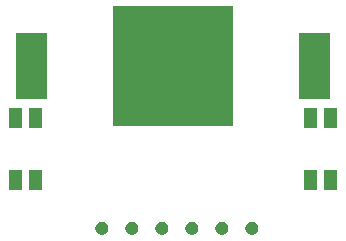
<source format=gbs>
G04 #@! TF.GenerationSoftware,KiCad,Pcbnew,5.0.1*
G04 #@! TF.CreationDate,2019-02-14T21:06:13+01:00*
G04 #@! TF.ProjectId,AnalogWatch,416E616C6F6757617463682E6B696361,rev?*
G04 #@! TF.SameCoordinates,Original*
G04 #@! TF.FileFunction,Soldermask,Bot*
G04 #@! TF.FilePolarity,Negative*
%FSLAX46Y46*%
G04 Gerber Fmt 4.6, Leading zero omitted, Abs format (unit mm)*
G04 Created by KiCad (PCBNEW 5.0.1) date Do 14 Feb 2019 21:06:13 CET*
%MOMM*%
%LPD*%
G01*
G04 APERTURE LIST*
%ADD10C,0.100000*%
G04 APERTURE END LIST*
D10*
G36*
X106840721Y-108690174D02*
X106940995Y-108731709D01*
X107031245Y-108792012D01*
X107107988Y-108868755D01*
X107168291Y-108959005D01*
X107209826Y-109059279D01*
X107231000Y-109165730D01*
X107231000Y-109274270D01*
X107209826Y-109380721D01*
X107168291Y-109480995D01*
X107107988Y-109571245D01*
X107031245Y-109647988D01*
X106940995Y-109708291D01*
X106840721Y-109749826D01*
X106734270Y-109771000D01*
X106625730Y-109771000D01*
X106519279Y-109749826D01*
X106419005Y-109708291D01*
X106328755Y-109647988D01*
X106252012Y-109571245D01*
X106191709Y-109480995D01*
X106150174Y-109380721D01*
X106129000Y-109274270D01*
X106129000Y-109165730D01*
X106150174Y-109059279D01*
X106191709Y-108959005D01*
X106252012Y-108868755D01*
X106328755Y-108792012D01*
X106419005Y-108731709D01*
X106519279Y-108690174D01*
X106625730Y-108669000D01*
X106734270Y-108669000D01*
X106840721Y-108690174D01*
X106840721Y-108690174D01*
G37*
G36*
X94140721Y-108690174D02*
X94240995Y-108731709D01*
X94331245Y-108792012D01*
X94407988Y-108868755D01*
X94468291Y-108959005D01*
X94509826Y-109059279D01*
X94531000Y-109165730D01*
X94531000Y-109274270D01*
X94509826Y-109380721D01*
X94468291Y-109480995D01*
X94407988Y-109571245D01*
X94331245Y-109647988D01*
X94240995Y-109708291D01*
X94140721Y-109749826D01*
X94034270Y-109771000D01*
X93925730Y-109771000D01*
X93819279Y-109749826D01*
X93719005Y-109708291D01*
X93628755Y-109647988D01*
X93552012Y-109571245D01*
X93491709Y-109480995D01*
X93450174Y-109380721D01*
X93429000Y-109274270D01*
X93429000Y-109165730D01*
X93450174Y-109059279D01*
X93491709Y-108959005D01*
X93552012Y-108868755D01*
X93628755Y-108792012D01*
X93719005Y-108731709D01*
X93819279Y-108690174D01*
X93925730Y-108669000D01*
X94034270Y-108669000D01*
X94140721Y-108690174D01*
X94140721Y-108690174D01*
G37*
G36*
X99220721Y-108690174D02*
X99320995Y-108731709D01*
X99411245Y-108792012D01*
X99487988Y-108868755D01*
X99548291Y-108959005D01*
X99589826Y-109059279D01*
X99611000Y-109165730D01*
X99611000Y-109274270D01*
X99589826Y-109380721D01*
X99548291Y-109480995D01*
X99487988Y-109571245D01*
X99411245Y-109647988D01*
X99320995Y-109708291D01*
X99220721Y-109749826D01*
X99114270Y-109771000D01*
X99005730Y-109771000D01*
X98899279Y-109749826D01*
X98799005Y-109708291D01*
X98708755Y-109647988D01*
X98632012Y-109571245D01*
X98571709Y-109480995D01*
X98530174Y-109380721D01*
X98509000Y-109274270D01*
X98509000Y-109165730D01*
X98530174Y-109059279D01*
X98571709Y-108959005D01*
X98632012Y-108868755D01*
X98708755Y-108792012D01*
X98799005Y-108731709D01*
X98899279Y-108690174D01*
X99005730Y-108669000D01*
X99114270Y-108669000D01*
X99220721Y-108690174D01*
X99220721Y-108690174D01*
G37*
G36*
X101760721Y-108690174D02*
X101860995Y-108731709D01*
X101951245Y-108792012D01*
X102027988Y-108868755D01*
X102088291Y-108959005D01*
X102129826Y-109059279D01*
X102151000Y-109165730D01*
X102151000Y-109274270D01*
X102129826Y-109380721D01*
X102088291Y-109480995D01*
X102027988Y-109571245D01*
X101951245Y-109647988D01*
X101860995Y-109708291D01*
X101760721Y-109749826D01*
X101654270Y-109771000D01*
X101545730Y-109771000D01*
X101439279Y-109749826D01*
X101339005Y-109708291D01*
X101248755Y-109647988D01*
X101172012Y-109571245D01*
X101111709Y-109480995D01*
X101070174Y-109380721D01*
X101049000Y-109274270D01*
X101049000Y-109165730D01*
X101070174Y-109059279D01*
X101111709Y-108959005D01*
X101172012Y-108868755D01*
X101248755Y-108792012D01*
X101339005Y-108731709D01*
X101439279Y-108690174D01*
X101545730Y-108669000D01*
X101654270Y-108669000D01*
X101760721Y-108690174D01*
X101760721Y-108690174D01*
G37*
G36*
X96680721Y-108690174D02*
X96780995Y-108731709D01*
X96871245Y-108792012D01*
X96947988Y-108868755D01*
X97008291Y-108959005D01*
X97049826Y-109059279D01*
X97071000Y-109165730D01*
X97071000Y-109274270D01*
X97049826Y-109380721D01*
X97008291Y-109480995D01*
X96947988Y-109571245D01*
X96871245Y-109647988D01*
X96780995Y-109708291D01*
X96680721Y-109749826D01*
X96574270Y-109771000D01*
X96465730Y-109771000D01*
X96359279Y-109749826D01*
X96259005Y-109708291D01*
X96168755Y-109647988D01*
X96092012Y-109571245D01*
X96031709Y-109480995D01*
X95990174Y-109380721D01*
X95969000Y-109274270D01*
X95969000Y-109165730D01*
X95990174Y-109059279D01*
X96031709Y-108959005D01*
X96092012Y-108868755D01*
X96168755Y-108792012D01*
X96259005Y-108731709D01*
X96359279Y-108690174D01*
X96465730Y-108669000D01*
X96574270Y-108669000D01*
X96680721Y-108690174D01*
X96680721Y-108690174D01*
G37*
G36*
X104300721Y-108690174D02*
X104400995Y-108731709D01*
X104491245Y-108792012D01*
X104567988Y-108868755D01*
X104628291Y-108959005D01*
X104669826Y-109059279D01*
X104691000Y-109165730D01*
X104691000Y-109274270D01*
X104669826Y-109380721D01*
X104628291Y-109480995D01*
X104567988Y-109571245D01*
X104491245Y-109647988D01*
X104400995Y-109708291D01*
X104300721Y-109749826D01*
X104194270Y-109771000D01*
X104085730Y-109771000D01*
X103979279Y-109749826D01*
X103879005Y-109708291D01*
X103788755Y-109647988D01*
X103712012Y-109571245D01*
X103651709Y-109480995D01*
X103610174Y-109380721D01*
X103589000Y-109274270D01*
X103589000Y-109165730D01*
X103610174Y-109059279D01*
X103651709Y-108959005D01*
X103712012Y-108868755D01*
X103788755Y-108792012D01*
X103879005Y-108731709D01*
X103979279Y-108690174D01*
X104085730Y-108669000D01*
X104194270Y-108669000D01*
X104300721Y-108690174D01*
X104300721Y-108690174D01*
G37*
G36*
X112201000Y-105951000D02*
X111099000Y-105951000D01*
X111099000Y-104299000D01*
X112201000Y-104299000D01*
X112201000Y-105951000D01*
X112201000Y-105951000D01*
G37*
G36*
X113901000Y-105951000D02*
X112799000Y-105951000D01*
X112799000Y-104299000D01*
X113901000Y-104299000D01*
X113901000Y-105951000D01*
X113901000Y-105951000D01*
G37*
G36*
X87201000Y-105951000D02*
X86099000Y-105951000D01*
X86099000Y-104299000D01*
X87201000Y-104299000D01*
X87201000Y-105951000D01*
X87201000Y-105951000D01*
G37*
G36*
X88901000Y-105951000D02*
X87799000Y-105951000D01*
X87799000Y-104299000D01*
X88901000Y-104299000D01*
X88901000Y-105951000D01*
X88901000Y-105951000D01*
G37*
G36*
X113901000Y-100701000D02*
X112799000Y-100701000D01*
X112799000Y-99049000D01*
X113901000Y-99049000D01*
X113901000Y-100701000D01*
X113901000Y-100701000D01*
G37*
G36*
X88901000Y-100701000D02*
X87799000Y-100701000D01*
X87799000Y-99049000D01*
X88901000Y-99049000D01*
X88901000Y-100701000D01*
X88901000Y-100701000D01*
G37*
G36*
X87201000Y-100701000D02*
X86099000Y-100701000D01*
X86099000Y-99049000D01*
X87201000Y-99049000D01*
X87201000Y-100701000D01*
X87201000Y-100701000D01*
G37*
G36*
X112201000Y-100701000D02*
X111099000Y-100701000D01*
X111099000Y-99049000D01*
X112201000Y-99049000D01*
X112201000Y-100701000D01*
X112201000Y-100701000D01*
G37*
G36*
X105051000Y-100551000D02*
X94949000Y-100551000D01*
X94949000Y-90449000D01*
X105051000Y-90449000D01*
X105051000Y-100551000D01*
X105051000Y-100551000D01*
G37*
G36*
X113301000Y-98301000D02*
X110699000Y-98301000D01*
X110699000Y-92699000D01*
X113301000Y-92699000D01*
X113301000Y-98301000D01*
X113301000Y-98301000D01*
G37*
G36*
X89301000Y-98301000D02*
X86699000Y-98301000D01*
X86699000Y-92699000D01*
X89301000Y-92699000D01*
X89301000Y-98301000D01*
X89301000Y-98301000D01*
G37*
M02*

</source>
